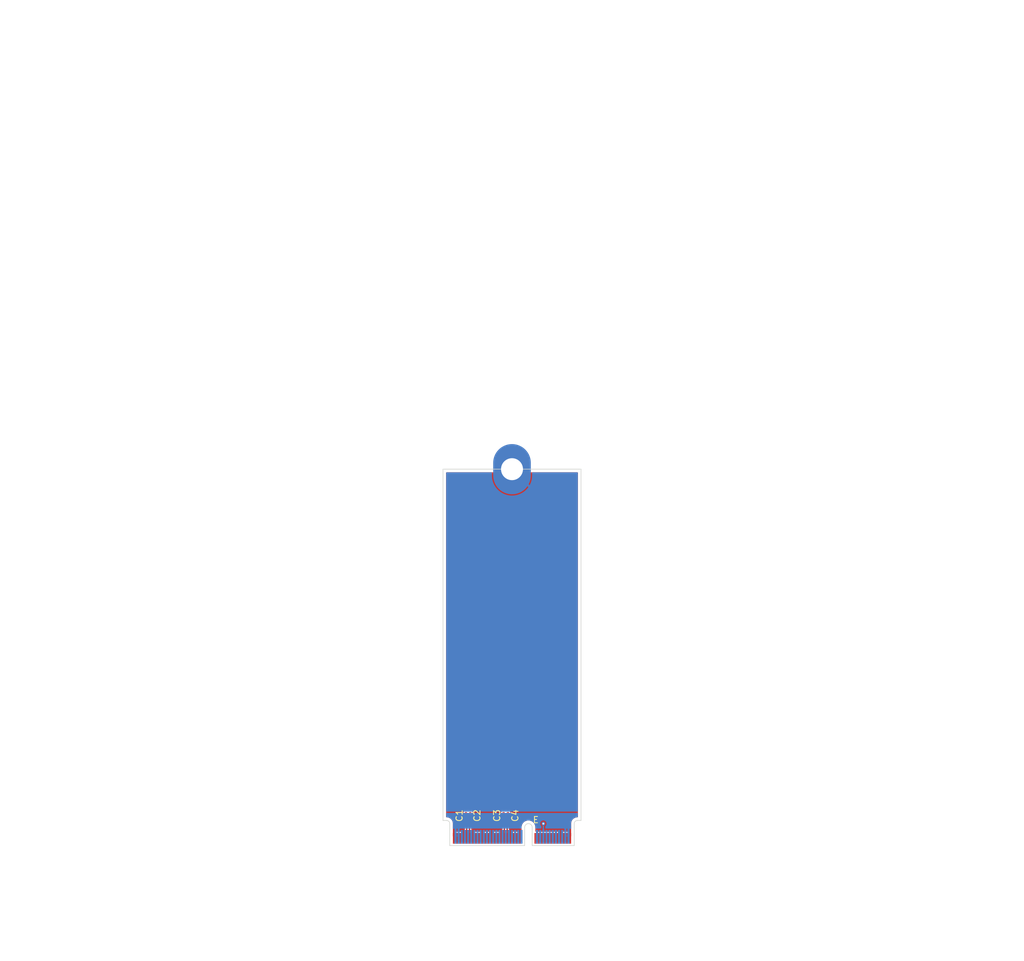
<source format=kicad_pcb>
(kicad_pcb (version 20241229) (generator "pcbnew") (generator_version "9.0")
  (layers (0 "F.Cu" signal) (2 "B.Cu" signal) (13 "F.Paste" user) (15 "B.Paste" user) (5 "F.SilkS" user "F.Silkscreen") (7 "B.SilkS" user "B.Silkscreen") (1 "F.Mask" user) (3 "B.Mask" user) (25 "Edge.Cuts" user))
  (net 0 "")
  (net 1 "/M.2 E Key/PET1P")
  (net 2 "/M.2 E Key/PET1N")
  (net 3 "/M.2 E Key/PET0P")
  (net 4 "/M.2 E Key/PET0N")
  (net 5 "GND")
  (net 6 "/PET0-")
  (net 7 "/PET1-")
  (net 8 "/PET1+")
  (net 9 "/PET0+")
  (net 10 "+3.3V")
  (net 11 "/USB_D+")
  (net 12 "/USB_D-")
  (net 13 "/LED#1")
  (net 14 "/I2S_SCK")
  (net 15 "/SDIO_CLK")
  (net 16 "/I2S_WS")
  (net 17 "/SDIO_CMD")
  (net 18 "/I2S_SD_OUT")
  (net 19 "/SDIO_DATA0")
  (net 20 "/I2S_SD_IN")
  (net 21 "/SDIO_DATA3")
  (net 22 "/LED#2")
  (net 23 "/SDIO_DATA2")
  (net 24 "/SDIO_DATA1")
  (net 25 "/UART_WAKE#")
  (net 26 "/SDIO__WAKE#")
  (net 27 "/UART_TXD")
  (net 28 "/SDIO_RESET#")
  (net 29 "/UART_RXD")
  (net 30 "/UARD_RTS")
  (net 31 "/PER0-")
  (net 32 "/UART_CTS")
  (net 33 "/PER0+")
  (net 39 "/REFCLK0+")
  (net 41 "/REFCLK0-")
  (net 42 "/SUSCLK")
  (net 43 "/PERST0#")
  (net 44 "/CLKREQ0#")
  (net 45 "/W_DISABLE2#")
  (net 46 "/PEWAKE#")
  (net 47 "/W_DISABLE1#")
  (net 48 "/I2C_DATA")
  (net 49 "/PER1+")
  (net 50 "/I2C_CLK")
  (net 51 "/PER1-")
  (net 52 "/ALERT#")
  (net 54 "/PERST1#")
  (net 55 "/CLKREQ1#")
  (net 56 "/PEWAKE1#")
  (net 57 "/REFCLK1+")
  (net 58 "/REFCLK1-")
  (footprint "Capacitor_SMD:C_0201_0603Metric" (layer "F.Cu") (at 106.86 155.18 90)
    (property "Reference" "C4" (at 0 1.14 90) (layer "F.SilkS"))
    (property "Value" "220nF")
    (pad "1" smd roundrect (at -0.32 0 90) (size 0.46 0.4) (layers "F.Cu" "F.Mask") (net 3 "/M.2 E Key/PET0P"))
    (pad "2" smd roundrect (at 0.32 0 90) (size 0.46 0.4) (layers "F.Cu" "F.Mask") (net 9 "/PET0+"))
  )
  (footprint "Athena KiCAd library:M.2 Mounting Pad" (layer "F.Cu") (at 107.51 99.95)
    (property "Reference" "H1")
    (property "Value" "MountingHole_Pad")
    (pad "1" thru_hole circle (at 0 0) (size 5.5 5.5) (drill 3.5) (property pad_prop_castellated) (layers "*.Cu" "*.Mask") (net 5 "GND") (padstack (mode front_inner_back) (layer "Inner" (shape circle) (size 5.5 5.5)) (layer "B.Cu" (shape oval) (size 6 8))))
  )
  (footprint "Capacitor_SMD:C_0201_0603Metric" (layer "F.Cu") (at 100.16 155.18 90)
    (property "Reference" "C1" (at 0 -1.05 90) (layer "F.SilkS"))
    (property "Value" "220nF")
    (pad "1" smd roundrect (at -0.32 0 90) (size 0.46 0.4) (layers "F.Cu" "F.Mask") (net 2 "/M.2 E Key/PET1N"))
    (pad "2" smd roundrect (at 0.32 0 90) (size 0.46 0.4) (layers "F.Cu" "F.Mask") (net 7 "/PET1-"))
  )
  (footprint "PCIexpress:M.2 E Key Connector" (layer "F.Cu") (at 107.51 158.84)
    (property "Reference" "J1")
    (property "Value" "~")
    (fp_line (start -11 -2.89) (end -10.425 -2.89) (stroke (width 0.1)) (layer "Edge.Cuts"))
    (fp_line (start -9.925 -2.39) (end -9.925 1.11) (stroke (width 0.1)) (layer "Edge.Cuts"))
    (fp_line (start 2.02 -1.79) (end 2.02 1.11) (stroke (width 0.1)) (layer "Edge.Cuts"))
    (fp_line (start 2.02 1.11) (end -9.925 1.11) (stroke (width 0.1)) (layer "Edge.Cuts"))
    (fp_line (start 3.22 -1.79) (end 3.22 1.11) (stroke (width 0.1)) (layer "Edge.Cuts"))
    (fp_line (start 3.22 1.11) (end 9.925 1.11) (stroke (width 0.1)) (layer "Edge.Cuts"))
    (fp_line (start 9.925 -2.39) (end 9.925 1.11) (stroke (width 0.1)) (layer "Edge.Cuts"))
    (fp_line (start 10.425 -2.89) (end 11 -2.89) (stroke (width 0.1)) (layer "Edge.Cuts"))
    (fp_arc (start -10.425 -2.89) (mid -10.071447 -2.743553) (end -9.925 -2.39) (stroke (width 0.1)) (layer "Edge.Cuts"))
    (fp_arc (start 2.02 -1.79) (mid 2.62 -2.39) (end 3.22 -1.79) (stroke (width 0.1)) (layer "Edge.Cuts"))
    (fp_arc (start 9.925 -2.39) (mid 10.071447 -2.743553) (end 10.425 -2.89) (stroke (width 0.1)) (layer "Edge.Cuts"))
    (fp_text user "E" (at 3.245 -2.395 0) (layer "F.SilkS") (effects (justify left bottom)))
    (pad "1" smd rect (at 9.25 -0.04 180) (size 0.35 1.7) (layers "F.Cu") (net 5 "GND"))
    (pad "2" smd rect (at 9 -0.29 180) (size 0.35 2.2) (layers "B.Cu") (net 10 "+3.3V"))
    (pad "3" smd rect (at 8.75 -0.04 180) (size 0.35 1.7) (layers "F.Cu") (net 11 "/USB_D+"))
    (pad "4" smd rect (at 8.5 -0.29 180) (size 0.35 2.2) (layers "B.Cu") (net 10 "+3.3V"))
    (pad "5" smd rect (at 8.25 -0.04 180) (size 0.35 1.7) (layers "F.Cu") (net 12 "/USB_D-"))
    (pad "6" smd rect (at 8 -0.29 180) (size 0.35 2.2) (layers "B.Cu") (net 13 "/LED#1"))
    (pad "7" smd rect (at 7.75 -0.04 180) (size 0.35 1.7) (layers "F.Cu") (net 5 "GND"))
    (pad "8" smd rect (at 7.5 -0.29 180) (size 0.35 2.2) (layers "B.Cu") (net 14 "/I2S_SCK"))
    (pad "9" smd rect (at 7.25 -0.04 180) (size 0.35 1.7) (layers "F.Cu") (net 15 "/SDIO_CLK"))
    (pad "10" smd rect (at 7 -0.29 180) (size 0.35 2.2) (layers "B.Cu") (net 16 "/I2S_WS"))
    (pad "11" smd rect (at 6.75 -0.04 180) (size 0.35 1.7) (layers "F.Cu") (net 17 "/SDIO_CMD"))
    (pad "12" smd rect (at 6.5 -0.29 180) (size 0.35 2.2) (layers "B.Cu") (net 18 "/I2S_SD_OUT"))
    (pad "13" smd rect (at 6.25 -0.04 180) (size 0.35 1.7) (layers "F.Cu") (net 19 "/SDIO_DATA0"))
    (pad "14" smd rect (at 6 -0.29 180) (size 0.35 2.2) (layers "B.Cu") (net 20 "/I2S_SD_IN"))
    (pad "15" smd rect (at 5.75 -0.04 180) (size 0.35 1.7) (layers "F.Cu") (net 21 "/SDIO_DATA3"))
    (pad "16" smd rect (at 5.5 -0.29 180) (size 0.35 2.2) (layers "B.Cu") (net 22 "/LED#2"))
    (pad "17" smd rect (at 5.25 -0.04 180) (size 0.35 1.7) (layers "F.Cu") (net 23 "/SDIO_DATA2"))
    (pad "18" smd rect (at 5 -0.29 180) (size 0.35 2.2) (layers "B.Cu") (net 5 "GND"))
    (pad "19" smd rect (at 4.75 -0.04 180) (size 0.35 1.7) (layers "F.Cu") (net 24 "/SDIO_DATA1"))
    (pad "20" smd rect (at 4.5 -0.29 180) (size 0.35 2.2) (layers "B.Cu") (net 25 "/UART_WAKE#"))
    (pad "21" smd rect (at 4.25 -0.04 180) (size 0.35 1.7) (layers "F.Cu") (net 26 "/SDIO__WAKE#"))
    (pad "22" smd rect (at 4 -0.29 180) (size 0.35 2.2) (layers "B.Cu") (net 27 "/UART_TXD"))
    (pad "23" smd rect (at 3.75 -0.04 180) (size 0.35 1.7) (layers "F.Cu") (net 28 "/SDIO_RESET#"))
    (pad "32" smd rect (at 1.5 -0.29 180) (size 0.35 2.2) (layers "B.Cu") (net 29 "/UART_RXD"))
    (pad "33" smd rect (at 1.25 -0.04 180) (size 0.35 1.7) (layers "F.Cu") (net 5 "GND"))
    (pad "34" smd rect (at 1 -0.29 180) (size 0.35 2.2) (layers "B.Cu") (net 30 "/UARD_RTS"))
    (pad "35" smd rect (at 0.75 -0.04 180) (size 0.35 1.7) (layers "F.Cu") (net 31 "/PER0-"))
    (pad "36" smd rect (at 0.5 -0.29 180) (size 0.35 2.2) (layers "B.Cu") (net 32 "/UART_CTS"))
    (pad "37" smd rect (at 0.25 -0.04 180) (size 0.35 1.7) (layers "F.Cu") (net 33 "/PER0+"))
    (pad "38" smd rect (at 0 -0.29 180) (size 0.35 2.2) (layers "B.Cu"))
    (pad "39" smd rect (at -0.25 -0.04 180) (size 0.35 1.7) (layers "F.Cu") (net 5 "GND"))
    (pad "40" smd rect (at -0.5 -0.29 180) (size 0.35 2.2) (layers "B.Cu"))
    (pad "41" smd rect (at -0.75 -0.04 180) (size 0.35 1.7) (layers "F.Cu") (net 3 "/M.2 E Key/PET0P"))
    (pad "42" smd rect (at -1 -0.29 180) (size 0.35 2.2) (layers "B.Cu"))
    (pad "43" smd rect (at -1.25 -0.04 180) (size 0.35 1.7) (layers "F.Cu") (net 4 "/M.2 E Key/PET0N"))
    (pad "44" smd rect (at -1.5 -0.29 180) (size 0.35 2.2) (layers "B.Cu"))
    (pad "45" smd rect (at -1.75 -0.04 180) (size 0.35 1.7) (layers "F.Cu") (net 5 "GND"))
    (pad "46" smd rect (at -2 -0.29 180) (size 0.35 2.2) (layers "B.Cu"))
    (pad "47" smd rect (at -2.25 -0.04 180) (size 0.35 1.7) (layers "F.Cu") (net 39 "/REFCLK0+"))
    (pad "48" smd rect (at -2.5 -0.29 180) (size 0.35 2.2) (layers "B.Cu"))
    (pad "49" smd rect (at -2.75 -0.04 180) (size 0.35 1.7) (layers "F.Cu") (net 41 "/REFCLK0-"))
    (pad "50" smd rect (at -3 -0.29 180) (size 0.35 2.2) (layers "B.Cu") (net 42 "/SUSCLK"))
    (pad "51" smd rect (at -3.25 -0.04 180) (size 0.35 1.7) (layers "F.Cu") (net 5 "GND"))
    (pad "52" smd rect (at -3.5 -0.29 180) (size 0.35 2.2) (layers "B.Cu") (net 43 "/PERST0#"))
    (pad "53" smd rect (at -3.75 -0.04 180) (size 0.35 1.7) (layers "F.Cu") (net 44 "/CLKREQ0#"))
    (pad "54" smd rect (at -4 -0.29 180) (size 0.35 2.2) (layers "B.Cu") (net 45 "/W_DISABLE2#"))
    (pad "55" smd rect (at -4.25 -0.04 180) (size 0.35 1.7) (layers "F.Cu") (net 46 "/PEWAKE#"))
    (pad "56" smd rect (at -4.5 -0.29 180) (size 0.35 2.2) (layers "B.Cu") (net 47 "/W_DISABLE1#"))
    (pad "57" smd rect (at -4.75 -0.04 180) (size 0.35 1.7) (layers "F.Cu") (net 5 "GND"))
    (pad "58" smd rect (at -5 -0.29 180) (size 0.35 2.2) (layers "B.Cu") (net 48 "/I2C_DATA"))
    (pad "59" smd rect (at -5.25 -0.04 180) (size 0.35 1.7) (layers "F.Cu") (net 49 "/PER1+"))
    (pad "60" smd rect (at -5.5 -0.29 180) (size 0.35 2.2) (layers "B.Cu") (net 50 "/I2C_CLK"))
    (pad "61" smd rect (at -5.75 -0.04 180) (size 0.35 1.7) (layers "F.Cu") (net 51 "/PER1-"))
    (pad "62" smd rect (at -6 -0.29 180) (size 0.35 2.2) (layers "B.Cu") (net 52 "/ALERT#"))
    (pad "63" smd rect (at -6.25 -0.04 180) (size 0.35 1.7) (layers "F.Cu") (net 5 "GND"))
    (pad "64" smd rect (at -6.5 -0.29 180) (size 0.35 2.2) (layers "B.Cu"))
    (pad "65" smd rect (at -6.75 -0.04 180) (size 0.35 1.7) (layers "F.Cu") (net 1 "/M.2 E Key/PET1P"))
    (pad "66" smd rect (at -7 -0.29 180) (size 0.35 2.2) (layers "B.Cu") (net 54 "/PERST1#"))
    (pad "67" smd rect (at -7.25 -0.04 180) (size 0.35 1.7) (layers "F.Cu") (net 2 "/M.2 E Key/PET1N"))
    (pad "68" smd rect (at -7.5 -0.29 180) (size 0.35 2.2) (layers "B.Cu") (net 55 "/CLKREQ1#"))
    (pad "69" smd rect (at -7.75 -0.04 180) (size 0.35 1.7) (layers "F.Cu") (net 5 "GND"))
    (pad "70" smd rect (at -8 -0.29 180) (size 0.35 2.2) (layers "B.Cu") (net 56 "/PEWAKE1#"))
    (pad "71" smd rect (at -8.25 -0.04 180) (size 0.35 1.7) (layers "F.Cu") (net 57 "/REFCLK1+"))
    (pad "72" smd rect (at -8.5 -0.29 180) (size 0.35 2.2) (layers "B.Cu") (net 10 "+3.3V"))
    (pad "73" smd rect (at -8.75 -0.04 180) (size 0.35 1.7) (layers "F.Cu") (net 58 "/REFCLK1-"))
    (pad "74" smd rect (at -9 -0.29 180) (size 0.35 2.2) (layers "B.Cu") (net 10 "+3.3V"))
    (pad "75" smd rect (at -9.25 -0.04 180) (size 0.35 1.7) (layers "F.Cu") (net 5 "GND"))
  )
  (footprint "Capacitor_SMD:C_0201_0603Metric" (layer "F.Cu") (at 100.86 155.18 90)
    (property "Reference" "C2" (at 0 1.09 90) (layer "F.SilkS"))
    (property "Value" "220nF")
    (pad "1" smd roundrect (at -0.32 0 90) (size 0.46 0.4) (layers "F.Cu" "F.Mask") (net 1 "/M.2 E Key/PET1P"))
    (pad "2" smd roundrect (at 0.32 0 90) (size 0.46 0.4) (layers "F.Cu" "F.Mask") (net 8 "/PET1+"))
  )
  (footprint "Capacitor_SMD:C_0201_0603Metric" (layer "F.Cu") (at 106.16 155.18 90)
    (property "Reference" "C3" (at 0 -1.05 90) (layer "F.SilkS"))
    (property "Value" "220nF")
    (pad "1" smd roundrect (at -0.32 0 90) (size 0.46 0.4) (layers "F.Cu" "F.Mask") (net 4 "/M.2 E Key/PET0N"))
    (pad "2" smd roundrect (at 0.32 0 90) (size 0.46 0.4) (layers "F.Cu" "F.Mask") (net 6 "/PET0-"))
  )
  (gr_line (start 118.51 99.95) (end 96.51 99.95) (stroke (width 0.1)) (layer "Edge.Cuts"))
  (gr_line (start 96.51 99.95) (end 96.51 155.95) (stroke (width 0.1)) (layer "Edge.Cuts"))
  (gr_line (start 118.51 155.95) (end 118.51 99.95) (stroke (width 0.1)) (layer "Edge.Cuts"))
  (segment (start 100.735 157.499999) (end 100.735 155.970001) (width 0.2) (layer "F.Cu") (net 1))
  (segment (start 100.735 155.970001) (end 100.86 155.845001) (width 0.2) (layer "F.Cu") (net 1))
  (segment (start 100.76 158.8) (end 100.76 157.524999) (width 0.2) (layer "F.Cu") (net 1))
  (segment (start 100.76 157.524999) (end 100.735 157.499999) (width 0.2) (layer "F.Cu") (net 1))
  (segment (start 100.86 155.845001) (end 100.86 155.5) (width 0.2) (layer "F.Cu") (net 1))
  (segment (start 100.285 155.970001) (end 100.16 155.845001) (width 0.2) (layer "F.Cu") (net 2))
  (segment (start 100.285 157.499999) (end 100.285 155.970001) (width 0.2) (layer "F.Cu") (net 2))
  (segment (start 100.16 155.845001) (end 100.16 155.5) (width 0.2) (layer "F.Cu") (net 2))
  (segment (start 100.26 158.8) (end 100.26 157.524999) (width 0.2) (layer "F.Cu") (net 2))
  (segment (start 100.26 157.524999) (end 100.285 157.499999) (width 0.2) (layer "F.Cu") (net 2))
  (segment (start 106.735 157.499999) (end 106.735 155.970001) (width 0.2) (layer "F.Cu") (net 3))
  (segment (start 106.76 157.524999) (end 106.735 157.499999) (width 0.2) (layer "F.Cu") (net 3))
  (segment (start 106.735 155.970001) (end 106.86 155.845001) (width 0.2) (layer "F.Cu") (net 3))
  (segment (start 106.86 155.845001) (end 106.86 155.5) (width 0.2) (layer "F.Cu") (net 3))
  (segment (start 106.76 158.8) (end 106.76 157.524999) (width 0.2) (layer "F.Cu") (net 3))
  (segment (start 106.16 155.845001) (end 106.16 155.5) (width 0.2) (layer "F.Cu") (net 4))
  (segment (start 106.285 157.499999) (end 106.285 155.970001) (width 0.2) (layer "F.Cu") (net 4))
  (segment (start 106.285 155.970001) (end 106.16 155.845001) (width 0.2) (layer "F.Cu") (net 4))
  (segment (start 106.26 158.8) (end 106.26 157.524999) (width 0.2) (layer "F.Cu") (net 4))
  (segment (start 106.26 157.524999) (end 106.285 157.499999) (width 0.2) (layer "F.Cu") (net 4))
  (via (at 112.51 156.46) (size 0.6) (drill 0.3) (layers "F.Cu" "B.Cu") (net 5))
  (segment (start 112.51 156.46) (end 112.51 158.55) (width 0.2) (layer "B.Cu") (net 5))
  (zone (net 5) (net_name "GND") (layers "F.Cu" "B.Cu") (connect_pads (clearance 0.2)) (min_thickness 0.15) (fill yes (thermal_gap 0.2) (thermal_bridge_width 0.35))
    (polygon (pts (xy 92.51 158.48) (xy 92.51 49.95) (xy 122.51 49.95) (xy 122.51 158.48)))
  )
  (zone (net 10) (net_name "+3.3V") (layer "B.Cu") (priority 1) (connect_pads (clearance 0.2)) (min_thickness 0.15) (fill yes (thermal_gap 0.2) (thermal_bridge_width 0.35))
    (polygon (pts (xy 118.51 158.48) (xy 118.51 154.75) (xy 96.51 154.75) (xy 96.51 158.48)))
  )
)
</source>
